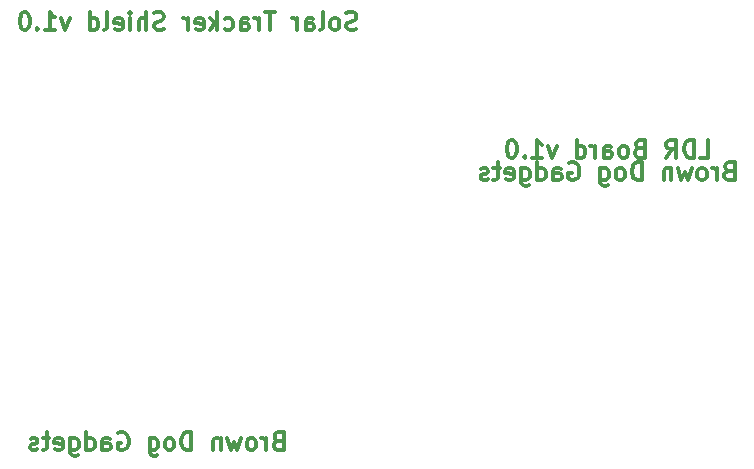
<source format=gbo>
G04 #@! TF.FileFunction,Legend,Bot*
%FSLAX46Y46*%
G04 Gerber Fmt 4.6, Leading zero omitted, Abs format (unit mm)*
G04 Created by KiCad (PCBNEW 4.0.3+e1-6302~38~ubuntu14.04.1-stable) date Sun Sep 11 21:11:21 2016*
%MOMM*%
%LPD*%
G01*
G04 APERTURE LIST*
%ADD10C,0.100000*%
%ADD11C,0.300000*%
G04 APERTURE END LIST*
D10*
D11*
X199063286Y-93618857D02*
X198849000Y-93690286D01*
X198777572Y-93761714D01*
X198706143Y-93904571D01*
X198706143Y-94118857D01*
X198777572Y-94261714D01*
X198849000Y-94333143D01*
X198991858Y-94404571D01*
X199563286Y-94404571D01*
X199563286Y-92904571D01*
X199063286Y-92904571D01*
X198920429Y-92976000D01*
X198849000Y-93047429D01*
X198777572Y-93190286D01*
X198777572Y-93333143D01*
X198849000Y-93476000D01*
X198920429Y-93547429D01*
X199063286Y-93618857D01*
X199563286Y-93618857D01*
X198063286Y-94404571D02*
X198063286Y-93404571D01*
X198063286Y-93690286D02*
X197991858Y-93547429D01*
X197920429Y-93476000D01*
X197777572Y-93404571D01*
X197634715Y-93404571D01*
X196920429Y-94404571D02*
X197063287Y-94333143D01*
X197134715Y-94261714D01*
X197206144Y-94118857D01*
X197206144Y-93690286D01*
X197134715Y-93547429D01*
X197063287Y-93476000D01*
X196920429Y-93404571D01*
X196706144Y-93404571D01*
X196563287Y-93476000D01*
X196491858Y-93547429D01*
X196420429Y-93690286D01*
X196420429Y-94118857D01*
X196491858Y-94261714D01*
X196563287Y-94333143D01*
X196706144Y-94404571D01*
X196920429Y-94404571D01*
X195920429Y-93404571D02*
X195634715Y-94404571D01*
X195349001Y-93690286D01*
X195063286Y-94404571D01*
X194777572Y-93404571D01*
X194206143Y-93404571D02*
X194206143Y-94404571D01*
X194206143Y-93547429D02*
X194134715Y-93476000D01*
X193991857Y-93404571D01*
X193777572Y-93404571D01*
X193634715Y-93476000D01*
X193563286Y-93618857D01*
X193563286Y-94404571D01*
X191706143Y-94404571D02*
X191706143Y-92904571D01*
X191349000Y-92904571D01*
X191134715Y-92976000D01*
X190991857Y-93118857D01*
X190920429Y-93261714D01*
X190849000Y-93547429D01*
X190849000Y-93761714D01*
X190920429Y-94047429D01*
X190991857Y-94190286D01*
X191134715Y-94333143D01*
X191349000Y-94404571D01*
X191706143Y-94404571D01*
X189991857Y-94404571D02*
X190134715Y-94333143D01*
X190206143Y-94261714D01*
X190277572Y-94118857D01*
X190277572Y-93690286D01*
X190206143Y-93547429D01*
X190134715Y-93476000D01*
X189991857Y-93404571D01*
X189777572Y-93404571D01*
X189634715Y-93476000D01*
X189563286Y-93547429D01*
X189491857Y-93690286D01*
X189491857Y-94118857D01*
X189563286Y-94261714D01*
X189634715Y-94333143D01*
X189777572Y-94404571D01*
X189991857Y-94404571D01*
X188206143Y-93404571D02*
X188206143Y-94618857D01*
X188277572Y-94761714D01*
X188349000Y-94833143D01*
X188491857Y-94904571D01*
X188706143Y-94904571D01*
X188849000Y-94833143D01*
X188206143Y-94333143D02*
X188349000Y-94404571D01*
X188634714Y-94404571D01*
X188777572Y-94333143D01*
X188849000Y-94261714D01*
X188920429Y-94118857D01*
X188920429Y-93690286D01*
X188849000Y-93547429D01*
X188777572Y-93476000D01*
X188634714Y-93404571D01*
X188349000Y-93404571D01*
X188206143Y-93476000D01*
X185563286Y-92976000D02*
X185706143Y-92904571D01*
X185920429Y-92904571D01*
X186134714Y-92976000D01*
X186277572Y-93118857D01*
X186349000Y-93261714D01*
X186420429Y-93547429D01*
X186420429Y-93761714D01*
X186349000Y-94047429D01*
X186277572Y-94190286D01*
X186134714Y-94333143D01*
X185920429Y-94404571D01*
X185777572Y-94404571D01*
X185563286Y-94333143D01*
X185491857Y-94261714D01*
X185491857Y-93761714D01*
X185777572Y-93761714D01*
X184206143Y-94404571D02*
X184206143Y-93618857D01*
X184277572Y-93476000D01*
X184420429Y-93404571D01*
X184706143Y-93404571D01*
X184849000Y-93476000D01*
X184206143Y-94333143D02*
X184349000Y-94404571D01*
X184706143Y-94404571D01*
X184849000Y-94333143D01*
X184920429Y-94190286D01*
X184920429Y-94047429D01*
X184849000Y-93904571D01*
X184706143Y-93833143D01*
X184349000Y-93833143D01*
X184206143Y-93761714D01*
X182849000Y-94404571D02*
X182849000Y-92904571D01*
X182849000Y-94333143D02*
X182991857Y-94404571D01*
X183277571Y-94404571D01*
X183420429Y-94333143D01*
X183491857Y-94261714D01*
X183563286Y-94118857D01*
X183563286Y-93690286D01*
X183491857Y-93547429D01*
X183420429Y-93476000D01*
X183277571Y-93404571D01*
X182991857Y-93404571D01*
X182849000Y-93476000D01*
X181491857Y-93404571D02*
X181491857Y-94618857D01*
X181563286Y-94761714D01*
X181634714Y-94833143D01*
X181777571Y-94904571D01*
X181991857Y-94904571D01*
X182134714Y-94833143D01*
X181491857Y-94333143D02*
X181634714Y-94404571D01*
X181920428Y-94404571D01*
X182063286Y-94333143D01*
X182134714Y-94261714D01*
X182206143Y-94118857D01*
X182206143Y-93690286D01*
X182134714Y-93547429D01*
X182063286Y-93476000D01*
X181920428Y-93404571D01*
X181634714Y-93404571D01*
X181491857Y-93476000D01*
X180206143Y-94333143D02*
X180349000Y-94404571D01*
X180634714Y-94404571D01*
X180777571Y-94333143D01*
X180849000Y-94190286D01*
X180849000Y-93618857D01*
X180777571Y-93476000D01*
X180634714Y-93404571D01*
X180349000Y-93404571D01*
X180206143Y-93476000D01*
X180134714Y-93618857D01*
X180134714Y-93761714D01*
X180849000Y-93904571D01*
X179706143Y-93404571D02*
X179134714Y-93404571D01*
X179491857Y-92904571D02*
X179491857Y-94190286D01*
X179420429Y-94333143D01*
X179277571Y-94404571D01*
X179134714Y-94404571D01*
X178706143Y-94333143D02*
X178563286Y-94404571D01*
X178277571Y-94404571D01*
X178134714Y-94333143D01*
X178063286Y-94190286D01*
X178063286Y-94118857D01*
X178134714Y-93976000D01*
X178277571Y-93904571D01*
X178491857Y-93904571D01*
X178634714Y-93833143D01*
X178706143Y-93690286D01*
X178706143Y-93618857D01*
X178634714Y-93476000D01*
X178491857Y-93404571D01*
X178277571Y-93404571D01*
X178134714Y-93476000D01*
X196634713Y-92499571D02*
X197348999Y-92499571D01*
X197348999Y-90999571D01*
X196134713Y-92499571D02*
X196134713Y-90999571D01*
X195777570Y-90999571D01*
X195563285Y-91071000D01*
X195420427Y-91213857D01*
X195348999Y-91356714D01*
X195277570Y-91642429D01*
X195277570Y-91856714D01*
X195348999Y-92142429D01*
X195420427Y-92285286D01*
X195563285Y-92428143D01*
X195777570Y-92499571D01*
X196134713Y-92499571D01*
X193777570Y-92499571D02*
X194277570Y-91785286D01*
X194634713Y-92499571D02*
X194634713Y-90999571D01*
X194063285Y-90999571D01*
X193920427Y-91071000D01*
X193848999Y-91142429D01*
X193777570Y-91285286D01*
X193777570Y-91499571D01*
X193848999Y-91642429D01*
X193920427Y-91713857D01*
X194063285Y-91785286D01*
X194634713Y-91785286D01*
X191491856Y-91713857D02*
X191277570Y-91785286D01*
X191206142Y-91856714D01*
X191134713Y-91999571D01*
X191134713Y-92213857D01*
X191206142Y-92356714D01*
X191277570Y-92428143D01*
X191420428Y-92499571D01*
X191991856Y-92499571D01*
X191991856Y-90999571D01*
X191491856Y-90999571D01*
X191348999Y-91071000D01*
X191277570Y-91142429D01*
X191206142Y-91285286D01*
X191206142Y-91428143D01*
X191277570Y-91571000D01*
X191348999Y-91642429D01*
X191491856Y-91713857D01*
X191991856Y-91713857D01*
X190277570Y-92499571D02*
X190420428Y-92428143D01*
X190491856Y-92356714D01*
X190563285Y-92213857D01*
X190563285Y-91785286D01*
X190491856Y-91642429D01*
X190420428Y-91571000D01*
X190277570Y-91499571D01*
X190063285Y-91499571D01*
X189920428Y-91571000D01*
X189848999Y-91642429D01*
X189777570Y-91785286D01*
X189777570Y-92213857D01*
X189848999Y-92356714D01*
X189920428Y-92428143D01*
X190063285Y-92499571D01*
X190277570Y-92499571D01*
X188491856Y-92499571D02*
X188491856Y-91713857D01*
X188563285Y-91571000D01*
X188706142Y-91499571D01*
X188991856Y-91499571D01*
X189134713Y-91571000D01*
X188491856Y-92428143D02*
X188634713Y-92499571D01*
X188991856Y-92499571D01*
X189134713Y-92428143D01*
X189206142Y-92285286D01*
X189206142Y-92142429D01*
X189134713Y-91999571D01*
X188991856Y-91928143D01*
X188634713Y-91928143D01*
X188491856Y-91856714D01*
X187777570Y-92499571D02*
X187777570Y-91499571D01*
X187777570Y-91785286D02*
X187706142Y-91642429D01*
X187634713Y-91571000D01*
X187491856Y-91499571D01*
X187348999Y-91499571D01*
X186206142Y-92499571D02*
X186206142Y-90999571D01*
X186206142Y-92428143D02*
X186348999Y-92499571D01*
X186634713Y-92499571D01*
X186777571Y-92428143D01*
X186848999Y-92356714D01*
X186920428Y-92213857D01*
X186920428Y-91785286D01*
X186848999Y-91642429D01*
X186777571Y-91571000D01*
X186634713Y-91499571D01*
X186348999Y-91499571D01*
X186206142Y-91571000D01*
X184491856Y-91499571D02*
X184134713Y-92499571D01*
X183777571Y-91499571D01*
X182420428Y-92499571D02*
X183277571Y-92499571D01*
X182848999Y-92499571D02*
X182848999Y-90999571D01*
X182991856Y-91213857D01*
X183134714Y-91356714D01*
X183277571Y-91428143D01*
X181777571Y-92356714D02*
X181706143Y-92428143D01*
X181777571Y-92499571D01*
X181849000Y-92428143D01*
X181777571Y-92356714D01*
X181777571Y-92499571D01*
X180777571Y-90999571D02*
X180634714Y-90999571D01*
X180491857Y-91071000D01*
X180420428Y-91142429D01*
X180348999Y-91285286D01*
X180277571Y-91571000D01*
X180277571Y-91928143D01*
X180348999Y-92213857D01*
X180420428Y-92356714D01*
X180491857Y-92428143D01*
X180634714Y-92499571D01*
X180777571Y-92499571D01*
X180920428Y-92428143D01*
X180991857Y-92356714D01*
X181063285Y-92213857D01*
X181134714Y-91928143D01*
X181134714Y-91571000D01*
X181063285Y-91285286D01*
X180991857Y-91142429D01*
X180920428Y-91071000D01*
X180777571Y-90999571D01*
X160899714Y-116478857D02*
X160685428Y-116550286D01*
X160614000Y-116621714D01*
X160542571Y-116764571D01*
X160542571Y-116978857D01*
X160614000Y-117121714D01*
X160685428Y-117193143D01*
X160828286Y-117264571D01*
X161399714Y-117264571D01*
X161399714Y-115764571D01*
X160899714Y-115764571D01*
X160756857Y-115836000D01*
X160685428Y-115907429D01*
X160614000Y-116050286D01*
X160614000Y-116193143D01*
X160685428Y-116336000D01*
X160756857Y-116407429D01*
X160899714Y-116478857D01*
X161399714Y-116478857D01*
X159899714Y-117264571D02*
X159899714Y-116264571D01*
X159899714Y-116550286D02*
X159828286Y-116407429D01*
X159756857Y-116336000D01*
X159614000Y-116264571D01*
X159471143Y-116264571D01*
X158756857Y-117264571D02*
X158899715Y-117193143D01*
X158971143Y-117121714D01*
X159042572Y-116978857D01*
X159042572Y-116550286D01*
X158971143Y-116407429D01*
X158899715Y-116336000D01*
X158756857Y-116264571D01*
X158542572Y-116264571D01*
X158399715Y-116336000D01*
X158328286Y-116407429D01*
X158256857Y-116550286D01*
X158256857Y-116978857D01*
X158328286Y-117121714D01*
X158399715Y-117193143D01*
X158542572Y-117264571D01*
X158756857Y-117264571D01*
X157756857Y-116264571D02*
X157471143Y-117264571D01*
X157185429Y-116550286D01*
X156899714Y-117264571D01*
X156614000Y-116264571D01*
X156042571Y-116264571D02*
X156042571Y-117264571D01*
X156042571Y-116407429D02*
X155971143Y-116336000D01*
X155828285Y-116264571D01*
X155614000Y-116264571D01*
X155471143Y-116336000D01*
X155399714Y-116478857D01*
X155399714Y-117264571D01*
X153542571Y-117264571D02*
X153542571Y-115764571D01*
X153185428Y-115764571D01*
X152971143Y-115836000D01*
X152828285Y-115978857D01*
X152756857Y-116121714D01*
X152685428Y-116407429D01*
X152685428Y-116621714D01*
X152756857Y-116907429D01*
X152828285Y-117050286D01*
X152971143Y-117193143D01*
X153185428Y-117264571D01*
X153542571Y-117264571D01*
X151828285Y-117264571D02*
X151971143Y-117193143D01*
X152042571Y-117121714D01*
X152114000Y-116978857D01*
X152114000Y-116550286D01*
X152042571Y-116407429D01*
X151971143Y-116336000D01*
X151828285Y-116264571D01*
X151614000Y-116264571D01*
X151471143Y-116336000D01*
X151399714Y-116407429D01*
X151328285Y-116550286D01*
X151328285Y-116978857D01*
X151399714Y-117121714D01*
X151471143Y-117193143D01*
X151614000Y-117264571D01*
X151828285Y-117264571D01*
X150042571Y-116264571D02*
X150042571Y-117478857D01*
X150114000Y-117621714D01*
X150185428Y-117693143D01*
X150328285Y-117764571D01*
X150542571Y-117764571D01*
X150685428Y-117693143D01*
X150042571Y-117193143D02*
X150185428Y-117264571D01*
X150471142Y-117264571D01*
X150614000Y-117193143D01*
X150685428Y-117121714D01*
X150756857Y-116978857D01*
X150756857Y-116550286D01*
X150685428Y-116407429D01*
X150614000Y-116336000D01*
X150471142Y-116264571D01*
X150185428Y-116264571D01*
X150042571Y-116336000D01*
X147399714Y-115836000D02*
X147542571Y-115764571D01*
X147756857Y-115764571D01*
X147971142Y-115836000D01*
X148114000Y-115978857D01*
X148185428Y-116121714D01*
X148256857Y-116407429D01*
X148256857Y-116621714D01*
X148185428Y-116907429D01*
X148114000Y-117050286D01*
X147971142Y-117193143D01*
X147756857Y-117264571D01*
X147614000Y-117264571D01*
X147399714Y-117193143D01*
X147328285Y-117121714D01*
X147328285Y-116621714D01*
X147614000Y-116621714D01*
X146042571Y-117264571D02*
X146042571Y-116478857D01*
X146114000Y-116336000D01*
X146256857Y-116264571D01*
X146542571Y-116264571D01*
X146685428Y-116336000D01*
X146042571Y-117193143D02*
X146185428Y-117264571D01*
X146542571Y-117264571D01*
X146685428Y-117193143D01*
X146756857Y-117050286D01*
X146756857Y-116907429D01*
X146685428Y-116764571D01*
X146542571Y-116693143D01*
X146185428Y-116693143D01*
X146042571Y-116621714D01*
X144685428Y-117264571D02*
X144685428Y-115764571D01*
X144685428Y-117193143D02*
X144828285Y-117264571D01*
X145113999Y-117264571D01*
X145256857Y-117193143D01*
X145328285Y-117121714D01*
X145399714Y-116978857D01*
X145399714Y-116550286D01*
X145328285Y-116407429D01*
X145256857Y-116336000D01*
X145113999Y-116264571D01*
X144828285Y-116264571D01*
X144685428Y-116336000D01*
X143328285Y-116264571D02*
X143328285Y-117478857D01*
X143399714Y-117621714D01*
X143471142Y-117693143D01*
X143613999Y-117764571D01*
X143828285Y-117764571D01*
X143971142Y-117693143D01*
X143328285Y-117193143D02*
X143471142Y-117264571D01*
X143756856Y-117264571D01*
X143899714Y-117193143D01*
X143971142Y-117121714D01*
X144042571Y-116978857D01*
X144042571Y-116550286D01*
X143971142Y-116407429D01*
X143899714Y-116336000D01*
X143756856Y-116264571D01*
X143471142Y-116264571D01*
X143328285Y-116336000D01*
X142042571Y-117193143D02*
X142185428Y-117264571D01*
X142471142Y-117264571D01*
X142613999Y-117193143D01*
X142685428Y-117050286D01*
X142685428Y-116478857D01*
X142613999Y-116336000D01*
X142471142Y-116264571D01*
X142185428Y-116264571D01*
X142042571Y-116336000D01*
X141971142Y-116478857D01*
X141971142Y-116621714D01*
X142685428Y-116764571D01*
X141542571Y-116264571D02*
X140971142Y-116264571D01*
X141328285Y-115764571D02*
X141328285Y-117050286D01*
X141256857Y-117193143D01*
X141113999Y-117264571D01*
X140971142Y-117264571D01*
X140542571Y-117193143D02*
X140399714Y-117264571D01*
X140113999Y-117264571D01*
X139971142Y-117193143D01*
X139899714Y-117050286D01*
X139899714Y-116978857D01*
X139971142Y-116836000D01*
X140113999Y-116764571D01*
X140328285Y-116764571D01*
X140471142Y-116693143D01*
X140542571Y-116550286D01*
X140542571Y-116478857D01*
X140471142Y-116336000D01*
X140328285Y-116264571D01*
X140113999Y-116264571D01*
X139971142Y-116336000D01*
X167538998Y-81633143D02*
X167324712Y-81704571D01*
X166967569Y-81704571D01*
X166824712Y-81633143D01*
X166753283Y-81561714D01*
X166681855Y-81418857D01*
X166681855Y-81276000D01*
X166753283Y-81133143D01*
X166824712Y-81061714D01*
X166967569Y-80990286D01*
X167253283Y-80918857D01*
X167396141Y-80847429D01*
X167467569Y-80776000D01*
X167538998Y-80633143D01*
X167538998Y-80490286D01*
X167467569Y-80347429D01*
X167396141Y-80276000D01*
X167253283Y-80204571D01*
X166896141Y-80204571D01*
X166681855Y-80276000D01*
X165824712Y-81704571D02*
X165967570Y-81633143D01*
X166038998Y-81561714D01*
X166110427Y-81418857D01*
X166110427Y-80990286D01*
X166038998Y-80847429D01*
X165967570Y-80776000D01*
X165824712Y-80704571D01*
X165610427Y-80704571D01*
X165467570Y-80776000D01*
X165396141Y-80847429D01*
X165324712Y-80990286D01*
X165324712Y-81418857D01*
X165396141Y-81561714D01*
X165467570Y-81633143D01*
X165610427Y-81704571D01*
X165824712Y-81704571D01*
X164467569Y-81704571D02*
X164610427Y-81633143D01*
X164681855Y-81490286D01*
X164681855Y-80204571D01*
X163253284Y-81704571D02*
X163253284Y-80918857D01*
X163324713Y-80776000D01*
X163467570Y-80704571D01*
X163753284Y-80704571D01*
X163896141Y-80776000D01*
X163253284Y-81633143D02*
X163396141Y-81704571D01*
X163753284Y-81704571D01*
X163896141Y-81633143D01*
X163967570Y-81490286D01*
X163967570Y-81347429D01*
X163896141Y-81204571D01*
X163753284Y-81133143D01*
X163396141Y-81133143D01*
X163253284Y-81061714D01*
X162538998Y-81704571D02*
X162538998Y-80704571D01*
X162538998Y-80990286D02*
X162467570Y-80847429D01*
X162396141Y-80776000D01*
X162253284Y-80704571D01*
X162110427Y-80704571D01*
X160681856Y-80204571D02*
X159824713Y-80204571D01*
X160253284Y-81704571D02*
X160253284Y-80204571D01*
X159324713Y-81704571D02*
X159324713Y-80704571D01*
X159324713Y-80990286D02*
X159253285Y-80847429D01*
X159181856Y-80776000D01*
X159038999Y-80704571D01*
X158896142Y-80704571D01*
X157753285Y-81704571D02*
X157753285Y-80918857D01*
X157824714Y-80776000D01*
X157967571Y-80704571D01*
X158253285Y-80704571D01*
X158396142Y-80776000D01*
X157753285Y-81633143D02*
X157896142Y-81704571D01*
X158253285Y-81704571D01*
X158396142Y-81633143D01*
X158467571Y-81490286D01*
X158467571Y-81347429D01*
X158396142Y-81204571D01*
X158253285Y-81133143D01*
X157896142Y-81133143D01*
X157753285Y-81061714D01*
X156396142Y-81633143D02*
X156538999Y-81704571D01*
X156824713Y-81704571D01*
X156967571Y-81633143D01*
X157038999Y-81561714D01*
X157110428Y-81418857D01*
X157110428Y-80990286D01*
X157038999Y-80847429D01*
X156967571Y-80776000D01*
X156824713Y-80704571D01*
X156538999Y-80704571D01*
X156396142Y-80776000D01*
X155753285Y-81704571D02*
X155753285Y-80204571D01*
X155610428Y-81133143D02*
X155181857Y-81704571D01*
X155181857Y-80704571D02*
X155753285Y-81276000D01*
X153967571Y-81633143D02*
X154110428Y-81704571D01*
X154396142Y-81704571D01*
X154538999Y-81633143D01*
X154610428Y-81490286D01*
X154610428Y-80918857D01*
X154538999Y-80776000D01*
X154396142Y-80704571D01*
X154110428Y-80704571D01*
X153967571Y-80776000D01*
X153896142Y-80918857D01*
X153896142Y-81061714D01*
X154610428Y-81204571D01*
X153253285Y-81704571D02*
X153253285Y-80704571D01*
X153253285Y-80990286D02*
X153181857Y-80847429D01*
X153110428Y-80776000D01*
X152967571Y-80704571D01*
X152824714Y-80704571D01*
X151253286Y-81633143D02*
X151039000Y-81704571D01*
X150681857Y-81704571D01*
X150539000Y-81633143D01*
X150467571Y-81561714D01*
X150396143Y-81418857D01*
X150396143Y-81276000D01*
X150467571Y-81133143D01*
X150539000Y-81061714D01*
X150681857Y-80990286D01*
X150967571Y-80918857D01*
X151110429Y-80847429D01*
X151181857Y-80776000D01*
X151253286Y-80633143D01*
X151253286Y-80490286D01*
X151181857Y-80347429D01*
X151110429Y-80276000D01*
X150967571Y-80204571D01*
X150610429Y-80204571D01*
X150396143Y-80276000D01*
X149753286Y-81704571D02*
X149753286Y-80204571D01*
X149110429Y-81704571D02*
X149110429Y-80918857D01*
X149181858Y-80776000D01*
X149324715Y-80704571D01*
X149539000Y-80704571D01*
X149681858Y-80776000D01*
X149753286Y-80847429D01*
X148396143Y-81704571D02*
X148396143Y-80704571D01*
X148396143Y-80204571D02*
X148467572Y-80276000D01*
X148396143Y-80347429D01*
X148324715Y-80276000D01*
X148396143Y-80204571D01*
X148396143Y-80347429D01*
X147110429Y-81633143D02*
X147253286Y-81704571D01*
X147539000Y-81704571D01*
X147681857Y-81633143D01*
X147753286Y-81490286D01*
X147753286Y-80918857D01*
X147681857Y-80776000D01*
X147539000Y-80704571D01*
X147253286Y-80704571D01*
X147110429Y-80776000D01*
X147039000Y-80918857D01*
X147039000Y-81061714D01*
X147753286Y-81204571D01*
X146181857Y-81704571D02*
X146324715Y-81633143D01*
X146396143Y-81490286D01*
X146396143Y-80204571D01*
X144967572Y-81704571D02*
X144967572Y-80204571D01*
X144967572Y-81633143D02*
X145110429Y-81704571D01*
X145396143Y-81704571D01*
X145539001Y-81633143D01*
X145610429Y-81561714D01*
X145681858Y-81418857D01*
X145681858Y-80990286D01*
X145610429Y-80847429D01*
X145539001Y-80776000D01*
X145396143Y-80704571D01*
X145110429Y-80704571D01*
X144967572Y-80776000D01*
X143253286Y-80704571D02*
X142896143Y-81704571D01*
X142539001Y-80704571D01*
X141181858Y-81704571D02*
X142039001Y-81704571D01*
X141610429Y-81704571D02*
X141610429Y-80204571D01*
X141753286Y-80418857D01*
X141896144Y-80561714D01*
X142039001Y-80633143D01*
X140539001Y-81561714D02*
X140467573Y-81633143D01*
X140539001Y-81704571D01*
X140610430Y-81633143D01*
X140539001Y-81561714D01*
X140539001Y-81704571D01*
X139539001Y-80204571D02*
X139396144Y-80204571D01*
X139253287Y-80276000D01*
X139181858Y-80347429D01*
X139110429Y-80490286D01*
X139039001Y-80776000D01*
X139039001Y-81133143D01*
X139110429Y-81418857D01*
X139181858Y-81561714D01*
X139253287Y-81633143D01*
X139396144Y-81704571D01*
X139539001Y-81704571D01*
X139681858Y-81633143D01*
X139753287Y-81561714D01*
X139824715Y-81418857D01*
X139896144Y-81133143D01*
X139896144Y-80776000D01*
X139824715Y-80490286D01*
X139753287Y-80347429D01*
X139681858Y-80276000D01*
X139539001Y-80204571D01*
M02*

</source>
